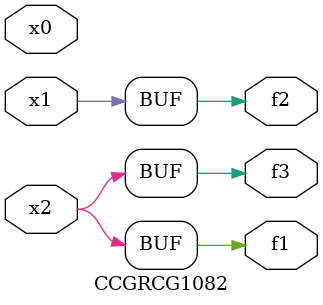
<source format=v>
module CCGRCG1082(
	input x0, x1, x2,
	output f1, f2, f3
);
	assign f1 = x2;
	assign f2 = x1;
	assign f3 = x2;
endmodule

</source>
